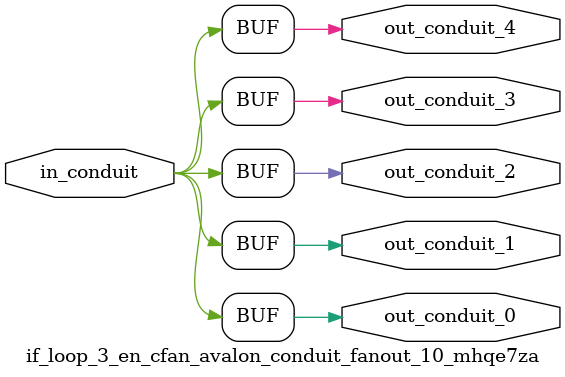
<source format=sv>


 


// --------------------------------------------------------------------------------
//| Avalon Conduit Fan-Out
// --------------------------------------------------------------------------------

// ------------------------------------------
// Generation parameters:
//   output_name:       if_loop_3_en_cfan_avalon_conduit_fanout_10_mhqe7za
//   numFanOut:         5
//   
// ------------------------------------------

module if_loop_3_en_cfan_avalon_conduit_fanout_10_mhqe7za (     

// Interface: out_conduit_0
 output                    out_conduit_0,
// Interface: out_conduit_1
 output                    out_conduit_1,
// Interface: out_conduit_2
 output                    out_conduit_2,
// Interface: out_conduit_3
 output                    out_conduit_3,
// Interface: out_conduit_4
 output                    out_conduit_4,

// Interface: in_conduit
 input                   in_conduit

);

   assign  out_conduit_0 = in_conduit;
   assign  out_conduit_1 = in_conduit;
   assign  out_conduit_2 = in_conduit;
   assign  out_conduit_3 = in_conduit;
   assign  out_conduit_4 = in_conduit;

endmodule //


</source>
